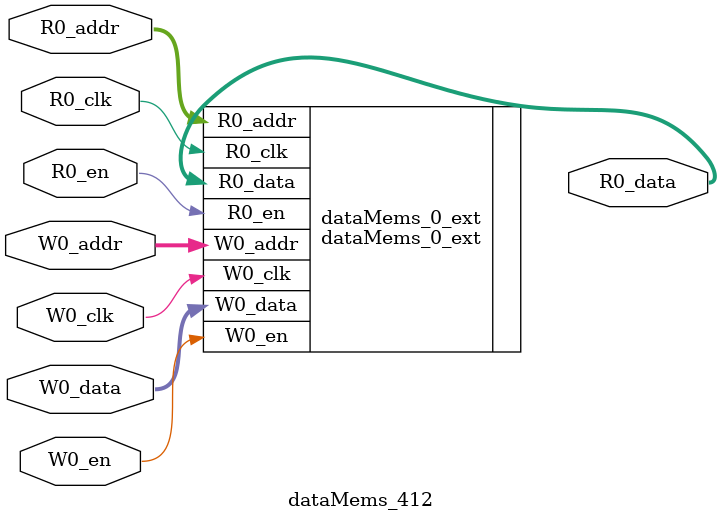
<source format=sv>
`ifndef RANDOMIZE
  `ifdef RANDOMIZE_REG_INIT
    `define RANDOMIZE
  `endif // RANDOMIZE_REG_INIT
`endif // not def RANDOMIZE
`ifndef RANDOMIZE
  `ifdef RANDOMIZE_MEM_INIT
    `define RANDOMIZE
  `endif // RANDOMIZE_MEM_INIT
`endif // not def RANDOMIZE

`ifndef RANDOM
  `define RANDOM $random
`endif // not def RANDOM

// Users can define 'PRINTF_COND' to add an extra gate to prints.
`ifndef PRINTF_COND_
  `ifdef PRINTF_COND
    `define PRINTF_COND_ (`PRINTF_COND)
  `else  // PRINTF_COND
    `define PRINTF_COND_ 1
  `endif // PRINTF_COND
`endif // not def PRINTF_COND_

// Users can define 'ASSERT_VERBOSE_COND' to add an extra gate to assert error printing.
`ifndef ASSERT_VERBOSE_COND_
  `ifdef ASSERT_VERBOSE_COND
    `define ASSERT_VERBOSE_COND_ (`ASSERT_VERBOSE_COND)
  `else  // ASSERT_VERBOSE_COND
    `define ASSERT_VERBOSE_COND_ 1
  `endif // ASSERT_VERBOSE_COND
`endif // not def ASSERT_VERBOSE_COND_

// Users can define 'STOP_COND' to add an extra gate to stop conditions.
`ifndef STOP_COND_
  `ifdef STOP_COND
    `define STOP_COND_ (`STOP_COND)
  `else  // STOP_COND
    `define STOP_COND_ 1
  `endif // STOP_COND
`endif // not def STOP_COND_

// Users can define INIT_RANDOM as general code that gets injected into the
// initializer block for modules with registers.
`ifndef INIT_RANDOM
  `define INIT_RANDOM
`endif // not def INIT_RANDOM

// If using random initialization, you can also define RANDOMIZE_DELAY to
// customize the delay used, otherwise 0.002 is used.
`ifndef RANDOMIZE_DELAY
  `define RANDOMIZE_DELAY 0.002
`endif // not def RANDOMIZE_DELAY

// Define INIT_RANDOM_PROLOG_ for use in our modules below.
`ifndef INIT_RANDOM_PROLOG_
  `ifdef RANDOMIZE
    `ifdef VERILATOR
      `define INIT_RANDOM_PROLOG_ `INIT_RANDOM
    `else  // VERILATOR
      `define INIT_RANDOM_PROLOG_ `INIT_RANDOM #`RANDOMIZE_DELAY begin end
    `endif // VERILATOR
  `else  // RANDOMIZE
    `define INIT_RANDOM_PROLOG_
  `endif // RANDOMIZE
`endif // not def INIT_RANDOM_PROLOG_

// Include register initializers in init blocks unless synthesis is set
`ifndef SYNTHESIS
  `ifndef ENABLE_INITIAL_REG_
    `define ENABLE_INITIAL_REG_
  `endif // not def ENABLE_INITIAL_REG_
`endif // not def SYNTHESIS

// Include rmemory initializers in init blocks unless synthesis is set
`ifndef SYNTHESIS
  `ifndef ENABLE_INITIAL_MEM_
    `define ENABLE_INITIAL_MEM_
  `endif // not def ENABLE_INITIAL_MEM_
`endif // not def SYNTHESIS

module dataMems_412(	// @[generators/ara/src/main/scala/UnsafeAXI4ToTL.scala:365:62]
  input  [4:0]  R0_addr,
  input         R0_en,
  input         R0_clk,
  output [66:0] R0_data,
  input  [4:0]  W0_addr,
  input         W0_en,
  input         W0_clk,
  input  [66:0] W0_data
);

  dataMems_0_ext dataMems_0_ext (	// @[generators/ara/src/main/scala/UnsafeAXI4ToTL.scala:365:62]
    .R0_addr (R0_addr),
    .R0_en   (R0_en),
    .R0_clk  (R0_clk),
    .R0_data (R0_data),
    .W0_addr (W0_addr),
    .W0_en   (W0_en),
    .W0_clk  (W0_clk),
    .W0_data (W0_data)
  );
endmodule


</source>
